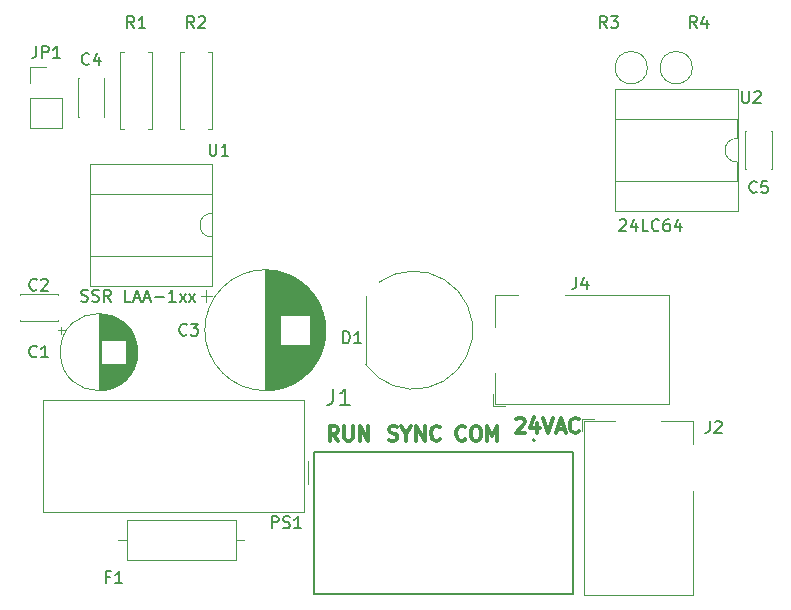
<source format=gbr>
G04 #@! TF.GenerationSoftware,KiCad,Pcbnew,8.0.1*
G04 #@! TF.CreationDate,2024-03-23T12:26:16-07:00*
G04 #@! TF.ProjectId,rpi-simplex-clock-hat,7270692d-7369-46d7-906c-65782d636c6f,1*
G04 #@! TF.SameCoordinates,Original*
G04 #@! TF.FileFunction,Legend,Top*
G04 #@! TF.FilePolarity,Positive*
%FSLAX46Y46*%
G04 Gerber Fmt 4.6, Leading zero omitted, Abs format (unit mm)*
G04 Created by KiCad (PCBNEW 8.0.1) date 2024-03-23 12:26:16*
%MOMM*%
%LPD*%
G01*
G04 APERTURE LIST*
%ADD10C,0.150000*%
%ADD11C,0.300000*%
%ADD12C,0.120000*%
%ADD13C,0.127000*%
%ADD14C,0.200000*%
G04 APERTURE END LIST*
D10*
X151724160Y-67850057D02*
X151771779Y-67802438D01*
X151771779Y-67802438D02*
X151867017Y-67754819D01*
X151867017Y-67754819D02*
X152105112Y-67754819D01*
X152105112Y-67754819D02*
X152200350Y-67802438D01*
X152200350Y-67802438D02*
X152247969Y-67850057D01*
X152247969Y-67850057D02*
X152295588Y-67945295D01*
X152295588Y-67945295D02*
X152295588Y-68040533D01*
X152295588Y-68040533D02*
X152247969Y-68183390D01*
X152247969Y-68183390D02*
X151676541Y-68754819D01*
X151676541Y-68754819D02*
X152295588Y-68754819D01*
X153152731Y-68088152D02*
X153152731Y-68754819D01*
X152914636Y-67707200D02*
X152676541Y-68421485D01*
X152676541Y-68421485D02*
X153295588Y-68421485D01*
X154152731Y-68754819D02*
X153676541Y-68754819D01*
X153676541Y-68754819D02*
X153676541Y-67754819D01*
X155057493Y-68659580D02*
X155009874Y-68707200D01*
X155009874Y-68707200D02*
X154867017Y-68754819D01*
X154867017Y-68754819D02*
X154771779Y-68754819D01*
X154771779Y-68754819D02*
X154628922Y-68707200D01*
X154628922Y-68707200D02*
X154533684Y-68611961D01*
X154533684Y-68611961D02*
X154486065Y-68516723D01*
X154486065Y-68516723D02*
X154438446Y-68326247D01*
X154438446Y-68326247D02*
X154438446Y-68183390D01*
X154438446Y-68183390D02*
X154486065Y-67992914D01*
X154486065Y-67992914D02*
X154533684Y-67897676D01*
X154533684Y-67897676D02*
X154628922Y-67802438D01*
X154628922Y-67802438D02*
X154771779Y-67754819D01*
X154771779Y-67754819D02*
X154867017Y-67754819D01*
X154867017Y-67754819D02*
X155009874Y-67802438D01*
X155009874Y-67802438D02*
X155057493Y-67850057D01*
X155914636Y-67754819D02*
X155724160Y-67754819D01*
X155724160Y-67754819D02*
X155628922Y-67802438D01*
X155628922Y-67802438D02*
X155581303Y-67850057D01*
X155581303Y-67850057D02*
X155486065Y-67992914D01*
X155486065Y-67992914D02*
X155438446Y-68183390D01*
X155438446Y-68183390D02*
X155438446Y-68564342D01*
X155438446Y-68564342D02*
X155486065Y-68659580D01*
X155486065Y-68659580D02*
X155533684Y-68707200D01*
X155533684Y-68707200D02*
X155628922Y-68754819D01*
X155628922Y-68754819D02*
X155819398Y-68754819D01*
X155819398Y-68754819D02*
X155914636Y-68707200D01*
X155914636Y-68707200D02*
X155962255Y-68659580D01*
X155962255Y-68659580D02*
X156009874Y-68564342D01*
X156009874Y-68564342D02*
X156009874Y-68326247D01*
X156009874Y-68326247D02*
X155962255Y-68231009D01*
X155962255Y-68231009D02*
X155914636Y-68183390D01*
X155914636Y-68183390D02*
X155819398Y-68135771D01*
X155819398Y-68135771D02*
X155628922Y-68135771D01*
X155628922Y-68135771D02*
X155533684Y-68183390D01*
X155533684Y-68183390D02*
X155486065Y-68231009D01*
X155486065Y-68231009D02*
X155438446Y-68326247D01*
X156867017Y-68088152D02*
X156867017Y-68754819D01*
X156628922Y-67707200D02*
X156390827Y-68421485D01*
X156390827Y-68421485D02*
X157009874Y-68421485D01*
X106131160Y-74676200D02*
X106274017Y-74723819D01*
X106274017Y-74723819D02*
X106512112Y-74723819D01*
X106512112Y-74723819D02*
X106607350Y-74676200D01*
X106607350Y-74676200D02*
X106654969Y-74628580D01*
X106654969Y-74628580D02*
X106702588Y-74533342D01*
X106702588Y-74533342D02*
X106702588Y-74438104D01*
X106702588Y-74438104D02*
X106654969Y-74342866D01*
X106654969Y-74342866D02*
X106607350Y-74295247D01*
X106607350Y-74295247D02*
X106512112Y-74247628D01*
X106512112Y-74247628D02*
X106321636Y-74200009D01*
X106321636Y-74200009D02*
X106226398Y-74152390D01*
X106226398Y-74152390D02*
X106178779Y-74104771D01*
X106178779Y-74104771D02*
X106131160Y-74009533D01*
X106131160Y-74009533D02*
X106131160Y-73914295D01*
X106131160Y-73914295D02*
X106178779Y-73819057D01*
X106178779Y-73819057D02*
X106226398Y-73771438D01*
X106226398Y-73771438D02*
X106321636Y-73723819D01*
X106321636Y-73723819D02*
X106559731Y-73723819D01*
X106559731Y-73723819D02*
X106702588Y-73771438D01*
X107083541Y-74676200D02*
X107226398Y-74723819D01*
X107226398Y-74723819D02*
X107464493Y-74723819D01*
X107464493Y-74723819D02*
X107559731Y-74676200D01*
X107559731Y-74676200D02*
X107607350Y-74628580D01*
X107607350Y-74628580D02*
X107654969Y-74533342D01*
X107654969Y-74533342D02*
X107654969Y-74438104D01*
X107654969Y-74438104D02*
X107607350Y-74342866D01*
X107607350Y-74342866D02*
X107559731Y-74295247D01*
X107559731Y-74295247D02*
X107464493Y-74247628D01*
X107464493Y-74247628D02*
X107274017Y-74200009D01*
X107274017Y-74200009D02*
X107178779Y-74152390D01*
X107178779Y-74152390D02*
X107131160Y-74104771D01*
X107131160Y-74104771D02*
X107083541Y-74009533D01*
X107083541Y-74009533D02*
X107083541Y-73914295D01*
X107083541Y-73914295D02*
X107131160Y-73819057D01*
X107131160Y-73819057D02*
X107178779Y-73771438D01*
X107178779Y-73771438D02*
X107274017Y-73723819D01*
X107274017Y-73723819D02*
X107512112Y-73723819D01*
X107512112Y-73723819D02*
X107654969Y-73771438D01*
X108654969Y-74723819D02*
X108321636Y-74247628D01*
X108083541Y-74723819D02*
X108083541Y-73723819D01*
X108083541Y-73723819D02*
X108464493Y-73723819D01*
X108464493Y-73723819D02*
X108559731Y-73771438D01*
X108559731Y-73771438D02*
X108607350Y-73819057D01*
X108607350Y-73819057D02*
X108654969Y-73914295D01*
X108654969Y-73914295D02*
X108654969Y-74057152D01*
X108654969Y-74057152D02*
X108607350Y-74152390D01*
X108607350Y-74152390D02*
X108559731Y-74200009D01*
X108559731Y-74200009D02*
X108464493Y-74247628D01*
X108464493Y-74247628D02*
X108083541Y-74247628D01*
X110321636Y-74723819D02*
X109845446Y-74723819D01*
X109845446Y-74723819D02*
X109845446Y-73723819D01*
X110607351Y-74438104D02*
X111083541Y-74438104D01*
X110512113Y-74723819D02*
X110845446Y-73723819D01*
X110845446Y-73723819D02*
X111178779Y-74723819D01*
X111464494Y-74438104D02*
X111940684Y-74438104D01*
X111369256Y-74723819D02*
X111702589Y-73723819D01*
X111702589Y-73723819D02*
X112035922Y-74723819D01*
X112369256Y-74342866D02*
X113131161Y-74342866D01*
X114131160Y-74723819D02*
X113559732Y-74723819D01*
X113845446Y-74723819D02*
X113845446Y-73723819D01*
X113845446Y-73723819D02*
X113750208Y-73866676D01*
X113750208Y-73866676D02*
X113654970Y-73961914D01*
X113654970Y-73961914D02*
X113559732Y-74009533D01*
X114464494Y-74723819D02*
X114988303Y-74057152D01*
X114464494Y-74057152D02*
X114988303Y-74723819D01*
X115274018Y-74723819D02*
X115797827Y-74057152D01*
X115274018Y-74057152D02*
X115797827Y-74723819D01*
D11*
X127879272Y-86496423D02*
X127462606Y-85901185D01*
X127164987Y-86496423D02*
X127164987Y-85246423D01*
X127164987Y-85246423D02*
X127641177Y-85246423D01*
X127641177Y-85246423D02*
X127760225Y-85305947D01*
X127760225Y-85305947D02*
X127819748Y-85365471D01*
X127819748Y-85365471D02*
X127879272Y-85484519D01*
X127879272Y-85484519D02*
X127879272Y-85663090D01*
X127879272Y-85663090D02*
X127819748Y-85782138D01*
X127819748Y-85782138D02*
X127760225Y-85841661D01*
X127760225Y-85841661D02*
X127641177Y-85901185D01*
X127641177Y-85901185D02*
X127164987Y-85901185D01*
X128414987Y-85246423D02*
X128414987Y-86258328D01*
X128414987Y-86258328D02*
X128474510Y-86377376D01*
X128474510Y-86377376D02*
X128534034Y-86436900D01*
X128534034Y-86436900D02*
X128653082Y-86496423D01*
X128653082Y-86496423D02*
X128891177Y-86496423D01*
X128891177Y-86496423D02*
X129010225Y-86436900D01*
X129010225Y-86436900D02*
X129069748Y-86377376D01*
X129069748Y-86377376D02*
X129129272Y-86258328D01*
X129129272Y-86258328D02*
X129129272Y-85246423D01*
X129724511Y-86496423D02*
X129724511Y-85246423D01*
X129724511Y-85246423D02*
X130438796Y-86496423D01*
X130438796Y-86496423D02*
X130438796Y-85246423D01*
X142980463Y-84700471D02*
X143039987Y-84640947D01*
X143039987Y-84640947D02*
X143159034Y-84581423D01*
X143159034Y-84581423D02*
X143456653Y-84581423D01*
X143456653Y-84581423D02*
X143575701Y-84640947D01*
X143575701Y-84640947D02*
X143635225Y-84700471D01*
X143635225Y-84700471D02*
X143694748Y-84819519D01*
X143694748Y-84819519D02*
X143694748Y-84938566D01*
X143694748Y-84938566D02*
X143635225Y-85117138D01*
X143635225Y-85117138D02*
X142920939Y-85831423D01*
X142920939Y-85831423D02*
X143694748Y-85831423D01*
X144766177Y-84998090D02*
X144766177Y-85831423D01*
X144468558Y-84521900D02*
X144170939Y-85414757D01*
X144170939Y-85414757D02*
X144944748Y-85414757D01*
X145242367Y-84581423D02*
X145659034Y-85831423D01*
X145659034Y-85831423D02*
X146075700Y-84581423D01*
X146432844Y-85474280D02*
X147028082Y-85474280D01*
X146313796Y-85831423D02*
X146730463Y-84581423D01*
X146730463Y-84581423D02*
X147147129Y-85831423D01*
X148278082Y-85712376D02*
X148218558Y-85771900D01*
X148218558Y-85771900D02*
X148039987Y-85831423D01*
X148039987Y-85831423D02*
X147920939Y-85831423D01*
X147920939Y-85831423D02*
X147742368Y-85771900D01*
X147742368Y-85771900D02*
X147623320Y-85652852D01*
X147623320Y-85652852D02*
X147563797Y-85533804D01*
X147563797Y-85533804D02*
X147504273Y-85295709D01*
X147504273Y-85295709D02*
X147504273Y-85117138D01*
X147504273Y-85117138D02*
X147563797Y-84879042D01*
X147563797Y-84879042D02*
X147623320Y-84759995D01*
X147623320Y-84759995D02*
X147742368Y-84640947D01*
X147742368Y-84640947D02*
X147920939Y-84581423D01*
X147920939Y-84581423D02*
X148039987Y-84581423D01*
X148039987Y-84581423D02*
X148218558Y-84640947D01*
X148218558Y-84640947D02*
X148278082Y-84700471D01*
X138674272Y-86377376D02*
X138614748Y-86436900D01*
X138614748Y-86436900D02*
X138436177Y-86496423D01*
X138436177Y-86496423D02*
X138317129Y-86496423D01*
X138317129Y-86496423D02*
X138138558Y-86436900D01*
X138138558Y-86436900D02*
X138019510Y-86317852D01*
X138019510Y-86317852D02*
X137959987Y-86198804D01*
X137959987Y-86198804D02*
X137900463Y-85960709D01*
X137900463Y-85960709D02*
X137900463Y-85782138D01*
X137900463Y-85782138D02*
X137959987Y-85544042D01*
X137959987Y-85544042D02*
X138019510Y-85424995D01*
X138019510Y-85424995D02*
X138138558Y-85305947D01*
X138138558Y-85305947D02*
X138317129Y-85246423D01*
X138317129Y-85246423D02*
X138436177Y-85246423D01*
X138436177Y-85246423D02*
X138614748Y-85305947D01*
X138614748Y-85305947D02*
X138674272Y-85365471D01*
X139448082Y-85246423D02*
X139686177Y-85246423D01*
X139686177Y-85246423D02*
X139805225Y-85305947D01*
X139805225Y-85305947D02*
X139924272Y-85424995D01*
X139924272Y-85424995D02*
X139983796Y-85663090D01*
X139983796Y-85663090D02*
X139983796Y-86079757D01*
X139983796Y-86079757D02*
X139924272Y-86317852D01*
X139924272Y-86317852D02*
X139805225Y-86436900D01*
X139805225Y-86436900D02*
X139686177Y-86496423D01*
X139686177Y-86496423D02*
X139448082Y-86496423D01*
X139448082Y-86496423D02*
X139329034Y-86436900D01*
X139329034Y-86436900D02*
X139209987Y-86317852D01*
X139209987Y-86317852D02*
X139150463Y-86079757D01*
X139150463Y-86079757D02*
X139150463Y-85663090D01*
X139150463Y-85663090D02*
X139209987Y-85424995D01*
X139209987Y-85424995D02*
X139329034Y-85305947D01*
X139329034Y-85305947D02*
X139448082Y-85246423D01*
X140519511Y-86496423D02*
X140519511Y-85246423D01*
X140519511Y-85246423D02*
X140936177Y-86139280D01*
X140936177Y-86139280D02*
X141352844Y-85246423D01*
X141352844Y-85246423D02*
X141352844Y-86496423D01*
X132185463Y-86436900D02*
X132364034Y-86496423D01*
X132364034Y-86496423D02*
X132661653Y-86496423D01*
X132661653Y-86496423D02*
X132780701Y-86436900D01*
X132780701Y-86436900D02*
X132840225Y-86377376D01*
X132840225Y-86377376D02*
X132899748Y-86258328D01*
X132899748Y-86258328D02*
X132899748Y-86139280D01*
X132899748Y-86139280D02*
X132840225Y-86020233D01*
X132840225Y-86020233D02*
X132780701Y-85960709D01*
X132780701Y-85960709D02*
X132661653Y-85901185D01*
X132661653Y-85901185D02*
X132423558Y-85841661D01*
X132423558Y-85841661D02*
X132304510Y-85782138D01*
X132304510Y-85782138D02*
X132244987Y-85722614D01*
X132244987Y-85722614D02*
X132185463Y-85603566D01*
X132185463Y-85603566D02*
X132185463Y-85484519D01*
X132185463Y-85484519D02*
X132244987Y-85365471D01*
X132244987Y-85365471D02*
X132304510Y-85305947D01*
X132304510Y-85305947D02*
X132423558Y-85246423D01*
X132423558Y-85246423D02*
X132721177Y-85246423D01*
X132721177Y-85246423D02*
X132899748Y-85305947D01*
X133673558Y-85901185D02*
X133673558Y-86496423D01*
X133256891Y-85246423D02*
X133673558Y-85901185D01*
X133673558Y-85901185D02*
X134090224Y-85246423D01*
X134506892Y-86496423D02*
X134506892Y-85246423D01*
X134506892Y-85246423D02*
X135221177Y-86496423D01*
X135221177Y-86496423D02*
X135221177Y-85246423D01*
X136530701Y-86377376D02*
X136471177Y-86436900D01*
X136471177Y-86436900D02*
X136292606Y-86496423D01*
X136292606Y-86496423D02*
X136173558Y-86496423D01*
X136173558Y-86496423D02*
X135994987Y-86436900D01*
X135994987Y-86436900D02*
X135875939Y-86317852D01*
X135875939Y-86317852D02*
X135816416Y-86198804D01*
X135816416Y-86198804D02*
X135756892Y-85960709D01*
X135756892Y-85960709D02*
X135756892Y-85782138D01*
X135756892Y-85782138D02*
X135816416Y-85544042D01*
X135816416Y-85544042D02*
X135875939Y-85424995D01*
X135875939Y-85424995D02*
X135994987Y-85305947D01*
X135994987Y-85305947D02*
X136173558Y-85246423D01*
X136173558Y-85246423D02*
X136292606Y-85246423D01*
X136292606Y-85246423D02*
X136471177Y-85305947D01*
X136471177Y-85305947D02*
X136530701Y-85365471D01*
D10*
X122280714Y-93899819D02*
X122280714Y-92899819D01*
X122280714Y-92899819D02*
X122661666Y-92899819D01*
X122661666Y-92899819D02*
X122756904Y-92947438D01*
X122756904Y-92947438D02*
X122804523Y-92995057D01*
X122804523Y-92995057D02*
X122852142Y-93090295D01*
X122852142Y-93090295D02*
X122852142Y-93233152D01*
X122852142Y-93233152D02*
X122804523Y-93328390D01*
X122804523Y-93328390D02*
X122756904Y-93376009D01*
X122756904Y-93376009D02*
X122661666Y-93423628D01*
X122661666Y-93423628D02*
X122280714Y-93423628D01*
X123233095Y-93852200D02*
X123375952Y-93899819D01*
X123375952Y-93899819D02*
X123614047Y-93899819D01*
X123614047Y-93899819D02*
X123709285Y-93852200D01*
X123709285Y-93852200D02*
X123756904Y-93804580D01*
X123756904Y-93804580D02*
X123804523Y-93709342D01*
X123804523Y-93709342D02*
X123804523Y-93614104D01*
X123804523Y-93614104D02*
X123756904Y-93518866D01*
X123756904Y-93518866D02*
X123709285Y-93471247D01*
X123709285Y-93471247D02*
X123614047Y-93423628D01*
X123614047Y-93423628D02*
X123423571Y-93376009D01*
X123423571Y-93376009D02*
X123328333Y-93328390D01*
X123328333Y-93328390D02*
X123280714Y-93280771D01*
X123280714Y-93280771D02*
X123233095Y-93185533D01*
X123233095Y-93185533D02*
X123233095Y-93090295D01*
X123233095Y-93090295D02*
X123280714Y-92995057D01*
X123280714Y-92995057D02*
X123328333Y-92947438D01*
X123328333Y-92947438D02*
X123423571Y-92899819D01*
X123423571Y-92899819D02*
X123661666Y-92899819D01*
X123661666Y-92899819D02*
X123804523Y-92947438D01*
X124756904Y-93899819D02*
X124185476Y-93899819D01*
X124471190Y-93899819D02*
X124471190Y-92899819D01*
X124471190Y-92899819D02*
X124375952Y-93042676D01*
X124375952Y-93042676D02*
X124280714Y-93137914D01*
X124280714Y-93137914D02*
X124185476Y-93185533D01*
X127473333Y-82094866D02*
X127473333Y-83094866D01*
X127473333Y-83094866D02*
X127406666Y-83294866D01*
X127406666Y-83294866D02*
X127273333Y-83428200D01*
X127273333Y-83428200D02*
X127073333Y-83494866D01*
X127073333Y-83494866D02*
X126940000Y-83494866D01*
X128873333Y-83494866D02*
X128073333Y-83494866D01*
X128473333Y-83494866D02*
X128473333Y-82094866D01*
X128473333Y-82094866D02*
X128340000Y-82294866D01*
X128340000Y-82294866D02*
X128206667Y-82428200D01*
X128206667Y-82428200D02*
X128073333Y-82494866D01*
X102373333Y-73689580D02*
X102325714Y-73737200D01*
X102325714Y-73737200D02*
X102182857Y-73784819D01*
X102182857Y-73784819D02*
X102087619Y-73784819D01*
X102087619Y-73784819D02*
X101944762Y-73737200D01*
X101944762Y-73737200D02*
X101849524Y-73641961D01*
X101849524Y-73641961D02*
X101801905Y-73546723D01*
X101801905Y-73546723D02*
X101754286Y-73356247D01*
X101754286Y-73356247D02*
X101754286Y-73213390D01*
X101754286Y-73213390D02*
X101801905Y-73022914D01*
X101801905Y-73022914D02*
X101849524Y-72927676D01*
X101849524Y-72927676D02*
X101944762Y-72832438D01*
X101944762Y-72832438D02*
X102087619Y-72784819D01*
X102087619Y-72784819D02*
X102182857Y-72784819D01*
X102182857Y-72784819D02*
X102325714Y-72832438D01*
X102325714Y-72832438D02*
X102373333Y-72880057D01*
X102754286Y-72880057D02*
X102801905Y-72832438D01*
X102801905Y-72832438D02*
X102897143Y-72784819D01*
X102897143Y-72784819D02*
X103135238Y-72784819D01*
X103135238Y-72784819D02*
X103230476Y-72832438D01*
X103230476Y-72832438D02*
X103278095Y-72880057D01*
X103278095Y-72880057D02*
X103325714Y-72975295D01*
X103325714Y-72975295D02*
X103325714Y-73070533D01*
X103325714Y-73070533D02*
X103278095Y-73213390D01*
X103278095Y-73213390D02*
X102706667Y-73784819D01*
X102706667Y-73784819D02*
X103325714Y-73784819D01*
X115073333Y-77499580D02*
X115025714Y-77547200D01*
X115025714Y-77547200D02*
X114882857Y-77594819D01*
X114882857Y-77594819D02*
X114787619Y-77594819D01*
X114787619Y-77594819D02*
X114644762Y-77547200D01*
X114644762Y-77547200D02*
X114549524Y-77451961D01*
X114549524Y-77451961D02*
X114501905Y-77356723D01*
X114501905Y-77356723D02*
X114454286Y-77166247D01*
X114454286Y-77166247D02*
X114454286Y-77023390D01*
X114454286Y-77023390D02*
X114501905Y-76832914D01*
X114501905Y-76832914D02*
X114549524Y-76737676D01*
X114549524Y-76737676D02*
X114644762Y-76642438D01*
X114644762Y-76642438D02*
X114787619Y-76594819D01*
X114787619Y-76594819D02*
X114882857Y-76594819D01*
X114882857Y-76594819D02*
X115025714Y-76642438D01*
X115025714Y-76642438D02*
X115073333Y-76690057D01*
X115406667Y-76594819D02*
X116025714Y-76594819D01*
X116025714Y-76594819D02*
X115692381Y-76975771D01*
X115692381Y-76975771D02*
X115835238Y-76975771D01*
X115835238Y-76975771D02*
X115930476Y-77023390D01*
X115930476Y-77023390D02*
X115978095Y-77071009D01*
X115978095Y-77071009D02*
X116025714Y-77166247D01*
X116025714Y-77166247D02*
X116025714Y-77404342D01*
X116025714Y-77404342D02*
X115978095Y-77499580D01*
X115978095Y-77499580D02*
X115930476Y-77547200D01*
X115930476Y-77547200D02*
X115835238Y-77594819D01*
X115835238Y-77594819D02*
X115549524Y-77594819D01*
X115549524Y-77594819D02*
X115454286Y-77547200D01*
X115454286Y-77547200D02*
X115406667Y-77499580D01*
X106818333Y-54599580D02*
X106770714Y-54647200D01*
X106770714Y-54647200D02*
X106627857Y-54694819D01*
X106627857Y-54694819D02*
X106532619Y-54694819D01*
X106532619Y-54694819D02*
X106389762Y-54647200D01*
X106389762Y-54647200D02*
X106294524Y-54551961D01*
X106294524Y-54551961D02*
X106246905Y-54456723D01*
X106246905Y-54456723D02*
X106199286Y-54266247D01*
X106199286Y-54266247D02*
X106199286Y-54123390D01*
X106199286Y-54123390D02*
X106246905Y-53932914D01*
X106246905Y-53932914D02*
X106294524Y-53837676D01*
X106294524Y-53837676D02*
X106389762Y-53742438D01*
X106389762Y-53742438D02*
X106532619Y-53694819D01*
X106532619Y-53694819D02*
X106627857Y-53694819D01*
X106627857Y-53694819D02*
X106770714Y-53742438D01*
X106770714Y-53742438D02*
X106818333Y-53790057D01*
X107675476Y-54028152D02*
X107675476Y-54694819D01*
X107437381Y-53647200D02*
X107199286Y-54361485D01*
X107199286Y-54361485D02*
X107818333Y-54361485D01*
X117018095Y-61354819D02*
X117018095Y-62164342D01*
X117018095Y-62164342D02*
X117065714Y-62259580D01*
X117065714Y-62259580D02*
X117113333Y-62307200D01*
X117113333Y-62307200D02*
X117208571Y-62354819D01*
X117208571Y-62354819D02*
X117399047Y-62354819D01*
X117399047Y-62354819D02*
X117494285Y-62307200D01*
X117494285Y-62307200D02*
X117541904Y-62259580D01*
X117541904Y-62259580D02*
X117589523Y-62164342D01*
X117589523Y-62164342D02*
X117589523Y-61354819D01*
X118589523Y-62354819D02*
X118018095Y-62354819D01*
X118303809Y-62354819D02*
X118303809Y-61354819D01*
X118303809Y-61354819D02*
X118208571Y-61497676D01*
X118208571Y-61497676D02*
X118113333Y-61592914D01*
X118113333Y-61592914D02*
X118018095Y-61640533D01*
X108556666Y-98026009D02*
X108223333Y-98026009D01*
X108223333Y-98549819D02*
X108223333Y-97549819D01*
X108223333Y-97549819D02*
X108699523Y-97549819D01*
X109604285Y-98549819D02*
X109032857Y-98549819D01*
X109318571Y-98549819D02*
X109318571Y-97549819D01*
X109318571Y-97549819D02*
X109223333Y-97692676D01*
X109223333Y-97692676D02*
X109128095Y-97787914D01*
X109128095Y-97787914D02*
X109032857Y-97835533D01*
X102341666Y-53099819D02*
X102341666Y-53814104D01*
X102341666Y-53814104D02*
X102294047Y-53956961D01*
X102294047Y-53956961D02*
X102198809Y-54052200D01*
X102198809Y-54052200D02*
X102055952Y-54099819D01*
X102055952Y-54099819D02*
X101960714Y-54099819D01*
X102817857Y-54099819D02*
X102817857Y-53099819D01*
X102817857Y-53099819D02*
X103198809Y-53099819D01*
X103198809Y-53099819D02*
X103294047Y-53147438D01*
X103294047Y-53147438D02*
X103341666Y-53195057D01*
X103341666Y-53195057D02*
X103389285Y-53290295D01*
X103389285Y-53290295D02*
X103389285Y-53433152D01*
X103389285Y-53433152D02*
X103341666Y-53528390D01*
X103341666Y-53528390D02*
X103294047Y-53576009D01*
X103294047Y-53576009D02*
X103198809Y-53623628D01*
X103198809Y-53623628D02*
X102817857Y-53623628D01*
X104341666Y-54099819D02*
X103770238Y-54099819D01*
X104055952Y-54099819D02*
X104055952Y-53099819D01*
X104055952Y-53099819D02*
X103960714Y-53242676D01*
X103960714Y-53242676D02*
X103865476Y-53337914D01*
X103865476Y-53337914D02*
X103770238Y-53385533D01*
X158253333Y-51559819D02*
X157920000Y-51083628D01*
X157681905Y-51559819D02*
X157681905Y-50559819D01*
X157681905Y-50559819D02*
X158062857Y-50559819D01*
X158062857Y-50559819D02*
X158158095Y-50607438D01*
X158158095Y-50607438D02*
X158205714Y-50655057D01*
X158205714Y-50655057D02*
X158253333Y-50750295D01*
X158253333Y-50750295D02*
X158253333Y-50893152D01*
X158253333Y-50893152D02*
X158205714Y-50988390D01*
X158205714Y-50988390D02*
X158158095Y-51036009D01*
X158158095Y-51036009D02*
X158062857Y-51083628D01*
X158062857Y-51083628D02*
X157681905Y-51083628D01*
X159110476Y-50893152D02*
X159110476Y-51559819D01*
X158872381Y-50512200D02*
X158634286Y-51226485D01*
X158634286Y-51226485D02*
X159253333Y-51226485D01*
X115708333Y-51559819D02*
X115375000Y-51083628D01*
X115136905Y-51559819D02*
X115136905Y-50559819D01*
X115136905Y-50559819D02*
X115517857Y-50559819D01*
X115517857Y-50559819D02*
X115613095Y-50607438D01*
X115613095Y-50607438D02*
X115660714Y-50655057D01*
X115660714Y-50655057D02*
X115708333Y-50750295D01*
X115708333Y-50750295D02*
X115708333Y-50893152D01*
X115708333Y-50893152D02*
X115660714Y-50988390D01*
X115660714Y-50988390D02*
X115613095Y-51036009D01*
X115613095Y-51036009D02*
X115517857Y-51083628D01*
X115517857Y-51083628D02*
X115136905Y-51083628D01*
X116089286Y-50655057D02*
X116136905Y-50607438D01*
X116136905Y-50607438D02*
X116232143Y-50559819D01*
X116232143Y-50559819D02*
X116470238Y-50559819D01*
X116470238Y-50559819D02*
X116565476Y-50607438D01*
X116565476Y-50607438D02*
X116613095Y-50655057D01*
X116613095Y-50655057D02*
X116660714Y-50750295D01*
X116660714Y-50750295D02*
X116660714Y-50845533D01*
X116660714Y-50845533D02*
X116613095Y-50988390D01*
X116613095Y-50988390D02*
X116041667Y-51559819D01*
X116041667Y-51559819D02*
X116660714Y-51559819D01*
X163333333Y-65434580D02*
X163285714Y-65482200D01*
X163285714Y-65482200D02*
X163142857Y-65529819D01*
X163142857Y-65529819D02*
X163047619Y-65529819D01*
X163047619Y-65529819D02*
X162904762Y-65482200D01*
X162904762Y-65482200D02*
X162809524Y-65386961D01*
X162809524Y-65386961D02*
X162761905Y-65291723D01*
X162761905Y-65291723D02*
X162714286Y-65101247D01*
X162714286Y-65101247D02*
X162714286Y-64958390D01*
X162714286Y-64958390D02*
X162761905Y-64767914D01*
X162761905Y-64767914D02*
X162809524Y-64672676D01*
X162809524Y-64672676D02*
X162904762Y-64577438D01*
X162904762Y-64577438D02*
X163047619Y-64529819D01*
X163047619Y-64529819D02*
X163142857Y-64529819D01*
X163142857Y-64529819D02*
X163285714Y-64577438D01*
X163285714Y-64577438D02*
X163333333Y-64625057D01*
X164238095Y-64529819D02*
X163761905Y-64529819D01*
X163761905Y-64529819D02*
X163714286Y-65006009D01*
X163714286Y-65006009D02*
X163761905Y-64958390D01*
X163761905Y-64958390D02*
X163857143Y-64910771D01*
X163857143Y-64910771D02*
X164095238Y-64910771D01*
X164095238Y-64910771D02*
X164190476Y-64958390D01*
X164190476Y-64958390D02*
X164238095Y-65006009D01*
X164238095Y-65006009D02*
X164285714Y-65101247D01*
X164285714Y-65101247D02*
X164285714Y-65339342D01*
X164285714Y-65339342D02*
X164238095Y-65434580D01*
X164238095Y-65434580D02*
X164190476Y-65482200D01*
X164190476Y-65482200D02*
X164095238Y-65529819D01*
X164095238Y-65529819D02*
X163857143Y-65529819D01*
X163857143Y-65529819D02*
X163761905Y-65482200D01*
X163761905Y-65482200D02*
X163714286Y-65434580D01*
X162103095Y-56909819D02*
X162103095Y-57719342D01*
X162103095Y-57719342D02*
X162150714Y-57814580D01*
X162150714Y-57814580D02*
X162198333Y-57862200D01*
X162198333Y-57862200D02*
X162293571Y-57909819D01*
X162293571Y-57909819D02*
X162484047Y-57909819D01*
X162484047Y-57909819D02*
X162579285Y-57862200D01*
X162579285Y-57862200D02*
X162626904Y-57814580D01*
X162626904Y-57814580D02*
X162674523Y-57719342D01*
X162674523Y-57719342D02*
X162674523Y-56909819D01*
X163103095Y-57005057D02*
X163150714Y-56957438D01*
X163150714Y-56957438D02*
X163245952Y-56909819D01*
X163245952Y-56909819D02*
X163484047Y-56909819D01*
X163484047Y-56909819D02*
X163579285Y-56957438D01*
X163579285Y-56957438D02*
X163626904Y-57005057D01*
X163626904Y-57005057D02*
X163674523Y-57100295D01*
X163674523Y-57100295D02*
X163674523Y-57195533D01*
X163674523Y-57195533D02*
X163626904Y-57338390D01*
X163626904Y-57338390D02*
X163055476Y-57909819D01*
X163055476Y-57909819D02*
X163674523Y-57909819D01*
X148053666Y-72657819D02*
X148053666Y-73372104D01*
X148053666Y-73372104D02*
X148006047Y-73514961D01*
X148006047Y-73514961D02*
X147910809Y-73610200D01*
X147910809Y-73610200D02*
X147767952Y-73657819D01*
X147767952Y-73657819D02*
X147672714Y-73657819D01*
X148958428Y-72991152D02*
X148958428Y-73657819D01*
X148720333Y-72610200D02*
X148482238Y-73324485D01*
X148482238Y-73324485D02*
X149101285Y-73324485D01*
X150633333Y-51559819D02*
X150300000Y-51083628D01*
X150061905Y-51559819D02*
X150061905Y-50559819D01*
X150061905Y-50559819D02*
X150442857Y-50559819D01*
X150442857Y-50559819D02*
X150538095Y-50607438D01*
X150538095Y-50607438D02*
X150585714Y-50655057D01*
X150585714Y-50655057D02*
X150633333Y-50750295D01*
X150633333Y-50750295D02*
X150633333Y-50893152D01*
X150633333Y-50893152D02*
X150585714Y-50988390D01*
X150585714Y-50988390D02*
X150538095Y-51036009D01*
X150538095Y-51036009D02*
X150442857Y-51083628D01*
X150442857Y-51083628D02*
X150061905Y-51083628D01*
X150966667Y-50559819D02*
X151585714Y-50559819D01*
X151585714Y-50559819D02*
X151252381Y-50940771D01*
X151252381Y-50940771D02*
X151395238Y-50940771D01*
X151395238Y-50940771D02*
X151490476Y-50988390D01*
X151490476Y-50988390D02*
X151538095Y-51036009D01*
X151538095Y-51036009D02*
X151585714Y-51131247D01*
X151585714Y-51131247D02*
X151585714Y-51369342D01*
X151585714Y-51369342D02*
X151538095Y-51464580D01*
X151538095Y-51464580D02*
X151490476Y-51512200D01*
X151490476Y-51512200D02*
X151395238Y-51559819D01*
X151395238Y-51559819D02*
X151109524Y-51559819D01*
X151109524Y-51559819D02*
X151014286Y-51512200D01*
X151014286Y-51512200D02*
X150966667Y-51464580D01*
X128321905Y-78234819D02*
X128321905Y-77234819D01*
X128321905Y-77234819D02*
X128560000Y-77234819D01*
X128560000Y-77234819D02*
X128702857Y-77282438D01*
X128702857Y-77282438D02*
X128798095Y-77377676D01*
X128798095Y-77377676D02*
X128845714Y-77472914D01*
X128845714Y-77472914D02*
X128893333Y-77663390D01*
X128893333Y-77663390D02*
X128893333Y-77806247D01*
X128893333Y-77806247D02*
X128845714Y-77996723D01*
X128845714Y-77996723D02*
X128798095Y-78091961D01*
X128798095Y-78091961D02*
X128702857Y-78187200D01*
X128702857Y-78187200D02*
X128560000Y-78234819D01*
X128560000Y-78234819D02*
X128321905Y-78234819D01*
X129845714Y-78234819D02*
X129274286Y-78234819D01*
X129560000Y-78234819D02*
X129560000Y-77234819D01*
X129560000Y-77234819D02*
X129464762Y-77377676D01*
X129464762Y-77377676D02*
X129369524Y-77472914D01*
X129369524Y-77472914D02*
X129274286Y-77520533D01*
X110628333Y-51559819D02*
X110295000Y-51083628D01*
X110056905Y-51559819D02*
X110056905Y-50559819D01*
X110056905Y-50559819D02*
X110437857Y-50559819D01*
X110437857Y-50559819D02*
X110533095Y-50607438D01*
X110533095Y-50607438D02*
X110580714Y-50655057D01*
X110580714Y-50655057D02*
X110628333Y-50750295D01*
X110628333Y-50750295D02*
X110628333Y-50893152D01*
X110628333Y-50893152D02*
X110580714Y-50988390D01*
X110580714Y-50988390D02*
X110533095Y-51036009D01*
X110533095Y-51036009D02*
X110437857Y-51083628D01*
X110437857Y-51083628D02*
X110056905Y-51083628D01*
X111580714Y-51559819D02*
X111009286Y-51559819D01*
X111295000Y-51559819D02*
X111295000Y-50559819D01*
X111295000Y-50559819D02*
X111199762Y-50702676D01*
X111199762Y-50702676D02*
X111104524Y-50797914D01*
X111104524Y-50797914D02*
X111009286Y-50845533D01*
X159356666Y-84849819D02*
X159356666Y-85564104D01*
X159356666Y-85564104D02*
X159309047Y-85706961D01*
X159309047Y-85706961D02*
X159213809Y-85802200D01*
X159213809Y-85802200D02*
X159070952Y-85849819D01*
X159070952Y-85849819D02*
X158975714Y-85849819D01*
X159785238Y-84945057D02*
X159832857Y-84897438D01*
X159832857Y-84897438D02*
X159928095Y-84849819D01*
X159928095Y-84849819D02*
X160166190Y-84849819D01*
X160166190Y-84849819D02*
X160261428Y-84897438D01*
X160261428Y-84897438D02*
X160309047Y-84945057D01*
X160309047Y-84945057D02*
X160356666Y-85040295D01*
X160356666Y-85040295D02*
X160356666Y-85135533D01*
X160356666Y-85135533D02*
X160309047Y-85278390D01*
X160309047Y-85278390D02*
X159737619Y-85849819D01*
X159737619Y-85849819D02*
X160356666Y-85849819D01*
X102373333Y-79359580D02*
X102325714Y-79407200D01*
X102325714Y-79407200D02*
X102182857Y-79454819D01*
X102182857Y-79454819D02*
X102087619Y-79454819D01*
X102087619Y-79454819D02*
X101944762Y-79407200D01*
X101944762Y-79407200D02*
X101849524Y-79311961D01*
X101849524Y-79311961D02*
X101801905Y-79216723D01*
X101801905Y-79216723D02*
X101754286Y-79026247D01*
X101754286Y-79026247D02*
X101754286Y-78883390D01*
X101754286Y-78883390D02*
X101801905Y-78692914D01*
X101801905Y-78692914D02*
X101849524Y-78597676D01*
X101849524Y-78597676D02*
X101944762Y-78502438D01*
X101944762Y-78502438D02*
X102087619Y-78454819D01*
X102087619Y-78454819D02*
X102182857Y-78454819D01*
X102182857Y-78454819D02*
X102325714Y-78502438D01*
X102325714Y-78502438D02*
X102373333Y-78550057D01*
X103325714Y-79454819D02*
X102754286Y-79454819D01*
X103040000Y-79454819D02*
X103040000Y-78454819D01*
X103040000Y-78454819D02*
X102944762Y-78597676D01*
X102944762Y-78597676D02*
X102849524Y-78692914D01*
X102849524Y-78692914D02*
X102754286Y-78740533D01*
D12*
X102940000Y-83085000D02*
X124980000Y-83085000D01*
X102940000Y-92525000D02*
X102940000Y-83085000D01*
X124980000Y-83085000D02*
X124980000Y-92525000D01*
X124980000Y-92525000D02*
X102940000Y-92525000D01*
X125360000Y-90205000D02*
X125360000Y-88205000D01*
D13*
X125870000Y-87477500D02*
X147790000Y-87477500D01*
X125870000Y-99477500D02*
X125870000Y-87477500D01*
X147790000Y-87477500D02*
X147790000Y-99477500D01*
X147790000Y-99477500D02*
X125870000Y-99477500D01*
D14*
X144550000Y-86477500D02*
G75*
G02*
X144350000Y-86477500I-100000J0D01*
G01*
X144350000Y-86477500D02*
G75*
G02*
X144550000Y-86477500I100000J0D01*
G01*
D12*
X100920000Y-74115000D02*
X100920000Y-74180000D01*
X100920000Y-74115000D02*
X104160000Y-74115000D01*
X100920000Y-76290000D02*
X100920000Y-76355000D01*
X100920000Y-76355000D02*
X104160000Y-76355000D01*
X104160000Y-74115000D02*
X104160000Y-74180000D01*
X104160000Y-76290000D02*
X104160000Y-76355000D01*
X116242677Y-74265000D02*
X117242677Y-74265000D01*
X116742677Y-73765000D02*
X116742677Y-74765000D01*
X121722323Y-72060000D02*
X121722323Y-82220000D01*
X121762323Y-72060000D02*
X121762323Y-82220000D01*
X121802323Y-72060000D02*
X121802323Y-82220000D01*
X121842323Y-72061000D02*
X121842323Y-82219000D01*
X121882323Y-72062000D02*
X121882323Y-82218000D01*
X121922323Y-72063000D02*
X121922323Y-82217000D01*
X121962323Y-72065000D02*
X121962323Y-82215000D01*
X122002323Y-72067000D02*
X122002323Y-82213000D01*
X122042323Y-72070000D02*
X122042323Y-82210000D01*
X122082323Y-72072000D02*
X122082323Y-82208000D01*
X122122323Y-72075000D02*
X122122323Y-82205000D01*
X122162323Y-72078000D02*
X122162323Y-82202000D01*
X122202323Y-72082000D02*
X122202323Y-82198000D01*
X122242323Y-72086000D02*
X122242323Y-82194000D01*
X122282323Y-72090000D02*
X122282323Y-82190000D01*
X122322323Y-72095000D02*
X122322323Y-82185000D01*
X122362323Y-72100000D02*
X122362323Y-82180000D01*
X122402323Y-72105000D02*
X122402323Y-82175000D01*
X122443323Y-72110000D02*
X122443323Y-82170000D01*
X122483323Y-72116000D02*
X122483323Y-82164000D01*
X122523323Y-72122000D02*
X122523323Y-82158000D01*
X122563323Y-72129000D02*
X122563323Y-82151000D01*
X122603323Y-72136000D02*
X122603323Y-82144000D01*
X122643323Y-72143000D02*
X122643323Y-82137000D01*
X122683323Y-72150000D02*
X122683323Y-82130000D01*
X122723323Y-72158000D02*
X122723323Y-82122000D01*
X122763323Y-72166000D02*
X122763323Y-82114000D01*
X122803323Y-72175000D02*
X122803323Y-82105000D01*
X122843323Y-72184000D02*
X122843323Y-82096000D01*
X122883323Y-72193000D02*
X122883323Y-82087000D01*
X122923323Y-72202000D02*
X122923323Y-82078000D01*
X122963323Y-72212000D02*
X122963323Y-82068000D01*
X123003323Y-72222000D02*
X123003323Y-75899000D01*
X123003323Y-78381000D02*
X123003323Y-82058000D01*
X123043323Y-72233000D02*
X123043323Y-75899000D01*
X123043323Y-78381000D02*
X123043323Y-82047000D01*
X123083323Y-72243000D02*
X123083323Y-75899000D01*
X123083323Y-78381000D02*
X123083323Y-82037000D01*
X123123323Y-72255000D02*
X123123323Y-75899000D01*
X123123323Y-78381000D02*
X123123323Y-82025000D01*
X123163323Y-72266000D02*
X123163323Y-75899000D01*
X123163323Y-78381000D02*
X123163323Y-82014000D01*
X123203323Y-72278000D02*
X123203323Y-75899000D01*
X123203323Y-78381000D02*
X123203323Y-82002000D01*
X123243323Y-72290000D02*
X123243323Y-75899000D01*
X123243323Y-78381000D02*
X123243323Y-81990000D01*
X123283323Y-72303000D02*
X123283323Y-75899000D01*
X123283323Y-78381000D02*
X123283323Y-81977000D01*
X123323323Y-72316000D02*
X123323323Y-75899000D01*
X123323323Y-78381000D02*
X123323323Y-81964000D01*
X123363323Y-72329000D02*
X123363323Y-75899000D01*
X123363323Y-78381000D02*
X123363323Y-81951000D01*
X123403323Y-72343000D02*
X123403323Y-75899000D01*
X123403323Y-78381000D02*
X123403323Y-81937000D01*
X123443323Y-72357000D02*
X123443323Y-75899000D01*
X123443323Y-78381000D02*
X123443323Y-81923000D01*
X123483323Y-72372000D02*
X123483323Y-75899000D01*
X123483323Y-78381000D02*
X123483323Y-81908000D01*
X123523323Y-72386000D02*
X123523323Y-75899000D01*
X123523323Y-78381000D02*
X123523323Y-81894000D01*
X123563323Y-72402000D02*
X123563323Y-75899000D01*
X123563323Y-78381000D02*
X123563323Y-81878000D01*
X123603323Y-72417000D02*
X123603323Y-75899000D01*
X123603323Y-78381000D02*
X123603323Y-81863000D01*
X123643323Y-72433000D02*
X123643323Y-75899000D01*
X123643323Y-78381000D02*
X123643323Y-81847000D01*
X123683323Y-72450000D02*
X123683323Y-75899000D01*
X123683323Y-78381000D02*
X123683323Y-81830000D01*
X123723323Y-72466000D02*
X123723323Y-75899000D01*
X123723323Y-78381000D02*
X123723323Y-81814000D01*
X123763323Y-72483000D02*
X123763323Y-75899000D01*
X123763323Y-78381000D02*
X123763323Y-81797000D01*
X123803323Y-72501000D02*
X123803323Y-75899000D01*
X123803323Y-78381000D02*
X123803323Y-81779000D01*
X123843323Y-72519000D02*
X123843323Y-75899000D01*
X123843323Y-78381000D02*
X123843323Y-81761000D01*
X123883323Y-72537000D02*
X123883323Y-75899000D01*
X123883323Y-78381000D02*
X123883323Y-81743000D01*
X123923323Y-72556000D02*
X123923323Y-75899000D01*
X123923323Y-78381000D02*
X123923323Y-81724000D01*
X123963323Y-72576000D02*
X123963323Y-75899000D01*
X123963323Y-78381000D02*
X123963323Y-81704000D01*
X124003323Y-72595000D02*
X124003323Y-75899000D01*
X124003323Y-78381000D02*
X124003323Y-81685000D01*
X124043323Y-72615000D02*
X124043323Y-75899000D01*
X124043323Y-78381000D02*
X124043323Y-81665000D01*
X124083323Y-72636000D02*
X124083323Y-75899000D01*
X124083323Y-78381000D02*
X124083323Y-81644000D01*
X124123323Y-72657000D02*
X124123323Y-75899000D01*
X124123323Y-78381000D02*
X124123323Y-81623000D01*
X124163323Y-72678000D02*
X124163323Y-75899000D01*
X124163323Y-78381000D02*
X124163323Y-81602000D01*
X124203323Y-72700000D02*
X124203323Y-75899000D01*
X124203323Y-78381000D02*
X124203323Y-81580000D01*
X124243323Y-72723000D02*
X124243323Y-75899000D01*
X124243323Y-78381000D02*
X124243323Y-81557000D01*
X124283323Y-72745000D02*
X124283323Y-75899000D01*
X124283323Y-78381000D02*
X124283323Y-81535000D01*
X124323323Y-72769000D02*
X124323323Y-75899000D01*
X124323323Y-78381000D02*
X124323323Y-81511000D01*
X124363323Y-72793000D02*
X124363323Y-75899000D01*
X124363323Y-78381000D02*
X124363323Y-81487000D01*
X124403323Y-72817000D02*
X124403323Y-75899000D01*
X124403323Y-78381000D02*
X124403323Y-81463000D01*
X124443323Y-72842000D02*
X124443323Y-75899000D01*
X124443323Y-78381000D02*
X124443323Y-81438000D01*
X124483323Y-72867000D02*
X124483323Y-75899000D01*
X124483323Y-78381000D02*
X124483323Y-81413000D01*
X124523323Y-72893000D02*
X124523323Y-75899000D01*
X124523323Y-78381000D02*
X124523323Y-81387000D01*
X124563323Y-72919000D02*
X124563323Y-75899000D01*
X124563323Y-78381000D02*
X124563323Y-81361000D01*
X124603323Y-72946000D02*
X124603323Y-75899000D01*
X124603323Y-78381000D02*
X124603323Y-81334000D01*
X124643323Y-72974000D02*
X124643323Y-75899000D01*
X124643323Y-78381000D02*
X124643323Y-81306000D01*
X124683323Y-73002000D02*
X124683323Y-75899000D01*
X124683323Y-78381000D02*
X124683323Y-81278000D01*
X124723323Y-73030000D02*
X124723323Y-75899000D01*
X124723323Y-78381000D02*
X124723323Y-81250000D01*
X124763323Y-73060000D02*
X124763323Y-75899000D01*
X124763323Y-78381000D02*
X124763323Y-81220000D01*
X124803323Y-73090000D02*
X124803323Y-75899000D01*
X124803323Y-78381000D02*
X124803323Y-81190000D01*
X124843323Y-73120000D02*
X124843323Y-75899000D01*
X124843323Y-78381000D02*
X124843323Y-81160000D01*
X124883323Y-73151000D02*
X124883323Y-75899000D01*
X124883323Y-78381000D02*
X124883323Y-81129000D01*
X124923323Y-73183000D02*
X124923323Y-75899000D01*
X124923323Y-78381000D02*
X124923323Y-81097000D01*
X124963323Y-73215000D02*
X124963323Y-75899000D01*
X124963323Y-78381000D02*
X124963323Y-81065000D01*
X125003323Y-73248000D02*
X125003323Y-75899000D01*
X125003323Y-78381000D02*
X125003323Y-81032000D01*
X125043323Y-73282000D02*
X125043323Y-75899000D01*
X125043323Y-78381000D02*
X125043323Y-80998000D01*
X125083323Y-73316000D02*
X125083323Y-75899000D01*
X125083323Y-78381000D02*
X125083323Y-80964000D01*
X125123323Y-73351000D02*
X125123323Y-75899000D01*
X125123323Y-78381000D02*
X125123323Y-80929000D01*
X125163323Y-73387000D02*
X125163323Y-75899000D01*
X125163323Y-78381000D02*
X125163323Y-80893000D01*
X125203323Y-73424000D02*
X125203323Y-75899000D01*
X125203323Y-78381000D02*
X125203323Y-80856000D01*
X125243323Y-73461000D02*
X125243323Y-75899000D01*
X125243323Y-78381000D02*
X125243323Y-80819000D01*
X125283323Y-73500000D02*
X125283323Y-75899000D01*
X125283323Y-78381000D02*
X125283323Y-80780000D01*
X125323323Y-73539000D02*
X125323323Y-75899000D01*
X125323323Y-78381000D02*
X125323323Y-80741000D01*
X125363323Y-73579000D02*
X125363323Y-75899000D01*
X125363323Y-78381000D02*
X125363323Y-80701000D01*
X125403323Y-73620000D02*
X125403323Y-75899000D01*
X125403323Y-78381000D02*
X125403323Y-80660000D01*
X125443323Y-73662000D02*
X125443323Y-75899000D01*
X125443323Y-78381000D02*
X125443323Y-80618000D01*
X125483323Y-73704000D02*
X125483323Y-80576000D01*
X125523323Y-73748000D02*
X125523323Y-80532000D01*
X125563323Y-73793000D02*
X125563323Y-80487000D01*
X125603323Y-73839000D02*
X125603323Y-80441000D01*
X125643323Y-73886000D02*
X125643323Y-80394000D01*
X125683323Y-73934000D02*
X125683323Y-80346000D01*
X125723323Y-73984000D02*
X125723323Y-80296000D01*
X125763323Y-74034000D02*
X125763323Y-80246000D01*
X125803323Y-74086000D02*
X125803323Y-80194000D01*
X125843323Y-74140000D02*
X125843323Y-80140000D01*
X125883323Y-74195000D02*
X125883323Y-80085000D01*
X125923323Y-74251000D02*
X125923323Y-80029000D01*
X125963323Y-74310000D02*
X125963323Y-79970000D01*
X126003323Y-74370000D02*
X126003323Y-79910000D01*
X126043323Y-74431000D02*
X126043323Y-79849000D01*
X126083323Y-74495000D02*
X126083323Y-79785000D01*
X126123323Y-74561000D02*
X126123323Y-79719000D01*
X126163323Y-74630000D02*
X126163323Y-79650000D01*
X126203323Y-74701000D02*
X126203323Y-79579000D01*
X126243323Y-74775000D02*
X126243323Y-79505000D01*
X126283323Y-74851000D02*
X126283323Y-79429000D01*
X126323323Y-74931000D02*
X126323323Y-79349000D01*
X126363323Y-75015000D02*
X126363323Y-79265000D01*
X126403323Y-75103000D02*
X126403323Y-79177000D01*
X126443323Y-75196000D02*
X126443323Y-79084000D01*
X126483323Y-75294000D02*
X126483323Y-78986000D01*
X126523323Y-75398000D02*
X126523323Y-78882000D01*
X126563323Y-75510000D02*
X126563323Y-78770000D01*
X126603323Y-75630000D02*
X126603323Y-78650000D01*
X126643323Y-75762000D02*
X126643323Y-78518000D01*
X126683323Y-75910000D02*
X126683323Y-78370000D01*
X126723323Y-76078000D02*
X126723323Y-78202000D01*
X126763323Y-76278000D02*
X126763323Y-78002000D01*
X126803323Y-76541000D02*
X126803323Y-77739000D01*
X126842323Y-77140000D02*
G75*
G02*
X116602323Y-77140000I-5120000J0D01*
G01*
X116602323Y-77140000D02*
G75*
G02*
X126842323Y-77140000I5120000J0D01*
G01*
X105865000Y-55815000D02*
X105865000Y-59055000D01*
X105930000Y-55815000D02*
X105865000Y-55815000D01*
X105930000Y-59055000D02*
X105865000Y-59055000D01*
X108105000Y-55815000D02*
X108040000Y-55815000D01*
X108105000Y-55815000D02*
X108105000Y-59055000D01*
X108105000Y-59055000D02*
X108040000Y-59055000D01*
X106855000Y-63110000D02*
X106855000Y-73390000D01*
X106855000Y-73390000D02*
X117255000Y-73390000D01*
X106915000Y-65600000D02*
X106915000Y-70900000D01*
X106915000Y-70900000D02*
X117195000Y-70900000D01*
X117195000Y-65600000D02*
X106915000Y-65600000D01*
X117195000Y-67250000D02*
X117195000Y-65600000D01*
X117195000Y-70900000D02*
X117195000Y-69250000D01*
X117255000Y-63110000D02*
X106855000Y-63110000D01*
X117255000Y-73390000D02*
X117255000Y-63110000D01*
X117195000Y-69250000D02*
G75*
G02*
X117195000Y-67250000I0J1000000D01*
G01*
X109295000Y-94920000D02*
X109985000Y-94920000D01*
X109985000Y-93200000D02*
X109985000Y-96640000D01*
X109985000Y-96640000D02*
X119225000Y-96640000D01*
X119225000Y-93200000D02*
X109985000Y-93200000D01*
X119225000Y-96640000D02*
X119225000Y-93200000D01*
X119915000Y-94920000D02*
X119225000Y-94920000D01*
X101845000Y-54855000D02*
X103175000Y-54855000D01*
X101845000Y-56185000D02*
X101845000Y-54855000D01*
X101845000Y-57455000D02*
X101845000Y-60055000D01*
X101845000Y-57455000D02*
X104505000Y-57455000D01*
X101845000Y-60055000D02*
X104505000Y-60055000D01*
X104505000Y-57455000D02*
X104505000Y-60055000D01*
X156515000Y-53545000D02*
X156515000Y-53475000D01*
X157885000Y-54915000D02*
G75*
G02*
X155145000Y-54915000I-1370000J0D01*
G01*
X155145000Y-54915000D02*
G75*
G02*
X157885000Y-54915000I1370000J0D01*
G01*
X114505000Y-53550000D02*
X114835000Y-53550000D01*
X114505000Y-60090000D02*
X114505000Y-53550000D01*
X114835000Y-60090000D02*
X114505000Y-60090000D01*
X116915000Y-60090000D02*
X117245000Y-60090000D01*
X117245000Y-53550000D02*
X116915000Y-53550000D01*
X117245000Y-60090000D02*
X117245000Y-53550000D01*
X162380000Y-60280000D02*
X162445000Y-60280000D01*
X162380000Y-63520000D02*
X162380000Y-60280000D01*
X162380000Y-63520000D02*
X162445000Y-63520000D01*
X164555000Y-60280000D02*
X164620000Y-60280000D01*
X164555000Y-63520000D02*
X164620000Y-63520000D01*
X164620000Y-63520000D02*
X164620000Y-60280000D01*
X151315000Y-56760000D02*
X151315000Y-67040000D01*
X151315000Y-67040000D02*
X161715000Y-67040000D01*
X151375000Y-59250000D02*
X151375000Y-64550000D01*
X151375000Y-64550000D02*
X161655000Y-64550000D01*
X161655000Y-59250000D02*
X151375000Y-59250000D01*
X161655000Y-60900000D02*
X161655000Y-59250000D01*
X161655000Y-64550000D02*
X161655000Y-62900000D01*
X161715000Y-56760000D02*
X151315000Y-56760000D01*
X161715000Y-67040000D02*
X161715000Y-56760000D01*
X161655000Y-62900000D02*
G75*
G02*
X161655000Y-60900000I0J1000000D01*
G01*
X140985000Y-82541000D02*
X140985000Y-83591000D01*
X141185000Y-74191000D02*
X143085000Y-74191000D01*
X141185000Y-76891000D02*
X141185000Y-74191000D01*
X141185000Y-83391000D02*
X141185000Y-80791000D01*
X142035000Y-83591000D02*
X140985000Y-83591000D01*
X147085000Y-74191000D02*
X155885000Y-74191000D01*
X155885000Y-74191000D02*
X155885000Y-83391000D01*
X155885000Y-83391000D02*
X141185000Y-83391000D01*
X152705000Y-53545000D02*
X152705000Y-53475000D01*
X154075000Y-54915000D02*
G75*
G02*
X151335000Y-54915000I-1370000J0D01*
G01*
X151335000Y-54915000D02*
G75*
G02*
X154075000Y-54915000I1370000J0D01*
G01*
X130226000Y-74219000D02*
X130226000Y-80061000D01*
X131369000Y-73076000D02*
G75*
G02*
X130226000Y-80061000I2921000J-4064000D01*
G01*
X109425000Y-53550000D02*
X109755000Y-53550000D01*
X109425000Y-60090000D02*
X109425000Y-53550000D01*
X109755000Y-60090000D02*
X109425000Y-60090000D01*
X111835000Y-60090000D02*
X112165000Y-60090000D01*
X112165000Y-53550000D02*
X111835000Y-53550000D01*
X112165000Y-60090000D02*
X112165000Y-53550000D01*
X148540000Y-85695000D02*
X148540000Y-84645000D01*
X148740000Y-84845000D02*
X151340000Y-84845000D01*
X148740000Y-99545000D02*
X148740000Y-84845000D01*
X149590000Y-84645000D02*
X148540000Y-84645000D01*
X155240000Y-84845000D02*
X157940000Y-84845000D01*
X157940000Y-84845000D02*
X157940000Y-86745000D01*
X157940000Y-90745000D02*
X157940000Y-99545000D01*
X157940000Y-99545000D02*
X148740000Y-99545000D01*
X104139759Y-77161000D02*
X104769759Y-77161000D01*
X104454759Y-76846000D02*
X104454759Y-77476000D01*
X107640000Y-75770000D02*
X107640000Y-82230000D01*
X107680000Y-75770000D02*
X107680000Y-82230000D01*
X107720000Y-75770000D02*
X107720000Y-82230000D01*
X107760000Y-75772000D02*
X107760000Y-82228000D01*
X107800000Y-75773000D02*
X107800000Y-82227000D01*
X107840000Y-75776000D02*
X107840000Y-82224000D01*
X107880000Y-75778000D02*
X107880000Y-77960000D01*
X107880000Y-80040000D02*
X107880000Y-82222000D01*
X107920000Y-75782000D02*
X107920000Y-77960000D01*
X107920000Y-80040000D02*
X107920000Y-82218000D01*
X107960000Y-75785000D02*
X107960000Y-77960000D01*
X107960000Y-80040000D02*
X107960000Y-82215000D01*
X108000000Y-75789000D02*
X108000000Y-77960000D01*
X108000000Y-80040000D02*
X108000000Y-82211000D01*
X108040000Y-75794000D02*
X108040000Y-77960000D01*
X108040000Y-80040000D02*
X108040000Y-82206000D01*
X108080000Y-75799000D02*
X108080000Y-77960000D01*
X108080000Y-80040000D02*
X108080000Y-82201000D01*
X108120000Y-75805000D02*
X108120000Y-77960000D01*
X108120000Y-80040000D02*
X108120000Y-82195000D01*
X108160000Y-75811000D02*
X108160000Y-77960000D01*
X108160000Y-80040000D02*
X108160000Y-82189000D01*
X108200000Y-75818000D02*
X108200000Y-77960000D01*
X108200000Y-80040000D02*
X108200000Y-82182000D01*
X108240000Y-75825000D02*
X108240000Y-77960000D01*
X108240000Y-80040000D02*
X108240000Y-82175000D01*
X108280000Y-75833000D02*
X108280000Y-77960000D01*
X108280000Y-80040000D02*
X108280000Y-82167000D01*
X108320000Y-75841000D02*
X108320000Y-77960000D01*
X108320000Y-80040000D02*
X108320000Y-82159000D01*
X108361000Y-75850000D02*
X108361000Y-77960000D01*
X108361000Y-80040000D02*
X108361000Y-82150000D01*
X108401000Y-75859000D02*
X108401000Y-77960000D01*
X108401000Y-80040000D02*
X108401000Y-82141000D01*
X108441000Y-75869000D02*
X108441000Y-77960000D01*
X108441000Y-80040000D02*
X108441000Y-82131000D01*
X108481000Y-75879000D02*
X108481000Y-77960000D01*
X108481000Y-80040000D02*
X108481000Y-82121000D01*
X108521000Y-75890000D02*
X108521000Y-77960000D01*
X108521000Y-80040000D02*
X108521000Y-82110000D01*
X108561000Y-75902000D02*
X108561000Y-77960000D01*
X108561000Y-80040000D02*
X108561000Y-82098000D01*
X108601000Y-75914000D02*
X108601000Y-77960000D01*
X108601000Y-80040000D02*
X108601000Y-82086000D01*
X108641000Y-75926000D02*
X108641000Y-77960000D01*
X108641000Y-80040000D02*
X108641000Y-82074000D01*
X108681000Y-75939000D02*
X108681000Y-77960000D01*
X108681000Y-80040000D02*
X108681000Y-82061000D01*
X108721000Y-75953000D02*
X108721000Y-77960000D01*
X108721000Y-80040000D02*
X108721000Y-82047000D01*
X108761000Y-75967000D02*
X108761000Y-77960000D01*
X108761000Y-80040000D02*
X108761000Y-82033000D01*
X108801000Y-75982000D02*
X108801000Y-77960000D01*
X108801000Y-80040000D02*
X108801000Y-82018000D01*
X108841000Y-75998000D02*
X108841000Y-77960000D01*
X108841000Y-80040000D02*
X108841000Y-82002000D01*
X108881000Y-76014000D02*
X108881000Y-77960000D01*
X108881000Y-80040000D02*
X108881000Y-81986000D01*
X108921000Y-76030000D02*
X108921000Y-77960000D01*
X108921000Y-80040000D02*
X108921000Y-81970000D01*
X108961000Y-76048000D02*
X108961000Y-77960000D01*
X108961000Y-80040000D02*
X108961000Y-81952000D01*
X109001000Y-76066000D02*
X109001000Y-77960000D01*
X109001000Y-80040000D02*
X109001000Y-81934000D01*
X109041000Y-76084000D02*
X109041000Y-77960000D01*
X109041000Y-80040000D02*
X109041000Y-81916000D01*
X109081000Y-76104000D02*
X109081000Y-77960000D01*
X109081000Y-80040000D02*
X109081000Y-81896000D01*
X109121000Y-76124000D02*
X109121000Y-77960000D01*
X109121000Y-80040000D02*
X109121000Y-81876000D01*
X109161000Y-76144000D02*
X109161000Y-77960000D01*
X109161000Y-80040000D02*
X109161000Y-81856000D01*
X109201000Y-76166000D02*
X109201000Y-77960000D01*
X109201000Y-80040000D02*
X109201000Y-81834000D01*
X109241000Y-76188000D02*
X109241000Y-77960000D01*
X109241000Y-80040000D02*
X109241000Y-81812000D01*
X109281000Y-76210000D02*
X109281000Y-77960000D01*
X109281000Y-80040000D02*
X109281000Y-81790000D01*
X109321000Y-76234000D02*
X109321000Y-77960000D01*
X109321000Y-80040000D02*
X109321000Y-81766000D01*
X109361000Y-76258000D02*
X109361000Y-77960000D01*
X109361000Y-80040000D02*
X109361000Y-81742000D01*
X109401000Y-76284000D02*
X109401000Y-77960000D01*
X109401000Y-80040000D02*
X109401000Y-81716000D01*
X109441000Y-76310000D02*
X109441000Y-77960000D01*
X109441000Y-80040000D02*
X109441000Y-81690000D01*
X109481000Y-76336000D02*
X109481000Y-77960000D01*
X109481000Y-80040000D02*
X109481000Y-81664000D01*
X109521000Y-76364000D02*
X109521000Y-77960000D01*
X109521000Y-80040000D02*
X109521000Y-81636000D01*
X109561000Y-76393000D02*
X109561000Y-77960000D01*
X109561000Y-80040000D02*
X109561000Y-81607000D01*
X109601000Y-76422000D02*
X109601000Y-77960000D01*
X109601000Y-80040000D02*
X109601000Y-81578000D01*
X109641000Y-76452000D02*
X109641000Y-77960000D01*
X109641000Y-80040000D02*
X109641000Y-81548000D01*
X109681000Y-76484000D02*
X109681000Y-77960000D01*
X109681000Y-80040000D02*
X109681000Y-81516000D01*
X109721000Y-76516000D02*
X109721000Y-77960000D01*
X109721000Y-80040000D02*
X109721000Y-81484000D01*
X109761000Y-76550000D02*
X109761000Y-77960000D01*
X109761000Y-80040000D02*
X109761000Y-81450000D01*
X109801000Y-76584000D02*
X109801000Y-77960000D01*
X109801000Y-80040000D02*
X109801000Y-81416000D01*
X109841000Y-76620000D02*
X109841000Y-77960000D01*
X109841000Y-80040000D02*
X109841000Y-81380000D01*
X109881000Y-76657000D02*
X109881000Y-77960000D01*
X109881000Y-80040000D02*
X109881000Y-81343000D01*
X109921000Y-76695000D02*
X109921000Y-77960000D01*
X109921000Y-80040000D02*
X109921000Y-81305000D01*
X109961000Y-76735000D02*
X109961000Y-81265000D01*
X110001000Y-76776000D02*
X110001000Y-81224000D01*
X110041000Y-76818000D02*
X110041000Y-81182000D01*
X110081000Y-76863000D02*
X110081000Y-81137000D01*
X110121000Y-76908000D02*
X110121000Y-81092000D01*
X110161000Y-76956000D02*
X110161000Y-81044000D01*
X110201000Y-77005000D02*
X110201000Y-80995000D01*
X110241000Y-77056000D02*
X110241000Y-80944000D01*
X110281000Y-77110000D02*
X110281000Y-80890000D01*
X110321000Y-77166000D02*
X110321000Y-80834000D01*
X110361000Y-77224000D02*
X110361000Y-80776000D01*
X110401000Y-77286000D02*
X110401000Y-80714000D01*
X110441000Y-77350000D02*
X110441000Y-80650000D01*
X110481000Y-77419000D02*
X110481000Y-80581000D01*
X110521000Y-77491000D02*
X110521000Y-80509000D01*
X110561000Y-77568000D02*
X110561000Y-80432000D01*
X110601000Y-77650000D02*
X110601000Y-80350000D01*
X110641000Y-77738000D02*
X110641000Y-80262000D01*
X110681000Y-77835000D02*
X110681000Y-80165000D01*
X110721000Y-77941000D02*
X110721000Y-80059000D01*
X110761000Y-78060000D02*
X110761000Y-79940000D01*
X110801000Y-78198000D02*
X110801000Y-79802000D01*
X110841000Y-78367000D02*
X110841000Y-79633000D01*
X110881000Y-78598000D02*
X110881000Y-79402000D01*
X110910000Y-79000000D02*
G75*
G02*
X104370000Y-79000000I-3270000J0D01*
G01*
X104370000Y-79000000D02*
G75*
G02*
X110910000Y-79000000I3270000J0D01*
G01*
M02*

</source>
